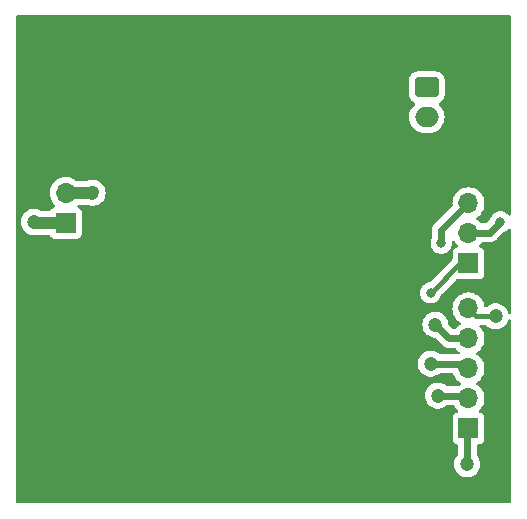
<source format=gbr>
%TF.GenerationSoftware,KiCad,Pcbnew,(7.0.0)*%
%TF.CreationDate,2023-04-25T15:22:20+02:00*%
%TF.ProjectId,funk-transmitter-final,66756e6b-2d74-4726-916e-736d69747465,rev?*%
%TF.SameCoordinates,Original*%
%TF.FileFunction,Copper,L1,Top*%
%TF.FilePolarity,Positive*%
%FSLAX46Y46*%
G04 Gerber Fmt 4.6, Leading zero omitted, Abs format (unit mm)*
G04 Created by KiCad (PCBNEW (7.0.0)) date 2023-04-25 15:22:20*
%MOMM*%
%LPD*%
G01*
G04 APERTURE LIST*
G04 Aperture macros list*
%AMRoundRect*
0 Rectangle with rounded corners*
0 $1 Rounding radius*
0 $2 $3 $4 $5 $6 $7 $8 $9 X,Y pos of 4 corners*
0 Add a 4 corners polygon primitive as box body*
4,1,4,$2,$3,$4,$5,$6,$7,$8,$9,$2,$3,0*
0 Add four circle primitives for the rounded corners*
1,1,$1+$1,$2,$3*
1,1,$1+$1,$4,$5*
1,1,$1+$1,$6,$7*
1,1,$1+$1,$8,$9*
0 Add four rect primitives between the rounded corners*
20,1,$1+$1,$2,$3,$4,$5,0*
20,1,$1+$1,$4,$5,$6,$7,0*
20,1,$1+$1,$6,$7,$8,$9,0*
20,1,$1+$1,$8,$9,$2,$3,0*%
G04 Aperture macros list end*
%TA.AperFunction,ComponentPad*%
%ADD10RoundRect,0.250000X-0.750000X0.600000X-0.750000X-0.600000X0.750000X-0.600000X0.750000X0.600000X0*%
%TD*%
%TA.AperFunction,ComponentPad*%
%ADD11O,2.000000X1.700000*%
%TD*%
%TA.AperFunction,ComponentPad*%
%ADD12R,1.700000X1.700000*%
%TD*%
%TA.AperFunction,ComponentPad*%
%ADD13O,1.700000X1.700000*%
%TD*%
%TA.AperFunction,ViaPad*%
%ADD14C,1.200000*%
%TD*%
%TA.AperFunction,ViaPad*%
%ADD15C,0.800000*%
%TD*%
%TA.AperFunction,Conductor*%
%ADD16C,1.000000*%
%TD*%
%TA.AperFunction,Conductor*%
%ADD17C,0.600000*%
%TD*%
%TA.AperFunction,Conductor*%
%ADD18C,0.400000*%
%TD*%
G04 APERTURE END LIST*
D10*
%TO.P,J2,1,Pin_1*%
%TO.N,N/C*%
X161475000Y-87000000D03*
D11*
%TO.P,J2,2,Pin_2*%
X161474999Y-89499999D03*
%TD*%
D12*
%TO.P,J1,1,Pin_1*%
%TO.N,/ESP_5V*%
X130899999Y-98474999D03*
D13*
%TO.P,J1,2,Pin_2*%
%TO.N,GND*%
X130899999Y-95934999D03*
%TD*%
D12*
%TO.P,J4,1,Pin_1*%
%TO.N,/SDN*%
X164999999Y-115879999D03*
D13*
%TO.P,J4,2,Pin_2*%
%TO.N,/SCLK*%
X164999999Y-113339999D03*
%TO.P,J4,3,Pin_3*%
%TO.N,/SDI*%
X164999999Y-110799999D03*
%TO.P,J4,4,Pin_4*%
%TO.N,/SDO*%
X164999999Y-108259999D03*
%TO.P,J4,5,Pin_5*%
%TO.N,/nSEL*%
X164999999Y-105719999D03*
%TD*%
D12*
%TO.P,J5,1,Pin_1*%
%TO.N,/nIRQ*%
X164999999Y-101899999D03*
D13*
%TO.P,J5,2,Pin_2*%
%TO.N,/GPIO0*%
X164999999Y-99359999D03*
%TO.P,J5,3,Pin_3*%
%TO.N,/GPIO1*%
X164999999Y-96819999D03*
%TD*%
D14*
%TO.N,GND*%
X133165000Y-95935000D03*
%TO.N,/ESP_5V*%
X128200000Y-98400000D03*
%TO.N,/SDN*%
X164900000Y-118900000D03*
%TO.N,/SCLK*%
X162400000Y-113100000D03*
%TO.N,/SDI*%
X161800000Y-110400000D03*
%TO.N,/SDO*%
X162200000Y-107100000D03*
%TO.N,/nSEL*%
X167300000Y-106400000D03*
D15*
%TO.N,/nIRQ*%
X161800000Y-104400000D03*
%TO.N,/GPIO0*%
X167700000Y-98400000D03*
%TO.N,/GPIO1*%
X162700000Y-100200000D03*
%TD*%
D16*
%TO.N,GND*%
X133200000Y-95900000D02*
X133165000Y-95935000D01*
X130900000Y-95935000D02*
X133165000Y-95935000D01*
%TO.N,/ESP_5V*%
X130900000Y-98475000D02*
X128275000Y-98475000D01*
X128275000Y-98475000D02*
X128200000Y-98400000D01*
D17*
%TO.N,/SDN*%
X164900000Y-115880000D02*
X165100000Y-115680000D01*
X164900000Y-115980000D02*
X165000000Y-115880000D01*
X164900000Y-118900000D02*
X164900000Y-115980000D01*
%TO.N,/SCLK*%
X164760000Y-113100000D02*
X165000000Y-113340000D01*
X162400000Y-113100000D02*
X164760000Y-113100000D01*
X162440000Y-113140000D02*
X162400000Y-113100000D01*
%TO.N,/SDI*%
X164600000Y-110400000D02*
X165000000Y-110800000D01*
X162000000Y-110600000D02*
X161800000Y-110400000D01*
X161800000Y-110400000D02*
X164600000Y-110400000D01*
%TO.N,/SDO*%
X162200000Y-107100000D02*
X163360000Y-108260000D01*
X163360000Y-108260000D02*
X165000000Y-108260000D01*
D18*
%TO.N,/nSEL*%
X167300000Y-106400000D02*
X167300000Y-106100000D01*
X167300000Y-106400000D02*
X165680000Y-106400000D01*
X165680000Y-106400000D02*
X165000000Y-105720000D01*
%TO.N,/nIRQ*%
X161800000Y-104400000D02*
X164300000Y-101900000D01*
X164300000Y-101900000D02*
X165000000Y-101900000D01*
D17*
%TO.N,/GPIO0*%
X165060000Y-99300000D02*
X165000000Y-99360000D01*
X167700000Y-98400000D02*
X166800000Y-99300000D01*
X166800000Y-99300000D02*
X165060000Y-99300000D01*
%TO.N,/GPIO1*%
X162700000Y-100200000D02*
X162700000Y-99120000D01*
X162700000Y-99120000D02*
X165000000Y-96820000D01*
%TD*%
%TA.AperFunction,NonConductor*%
G36*
X168537500Y-80917113D02*
G01*
X168582887Y-80962500D01*
X168599500Y-81024500D01*
X168599500Y-97730189D01*
X168585389Y-97787638D01*
X168546269Y-97832011D01*
X168491041Y-97853211D01*
X168432277Y-97846412D01*
X168383350Y-97813161D01*
X168310220Y-97731942D01*
X168310219Y-97731941D01*
X168305871Y-97727112D01*
X168300613Y-97723292D01*
X168300611Y-97723290D01*
X168157988Y-97619669D01*
X168157987Y-97619668D01*
X168152730Y-97615849D01*
X168146792Y-97613205D01*
X167985745Y-97541501D01*
X167985740Y-97541499D01*
X167979803Y-97538856D01*
X167973444Y-97537504D01*
X167973440Y-97537503D01*
X167801008Y-97500852D01*
X167801005Y-97500851D01*
X167794646Y-97499500D01*
X167605354Y-97499500D01*
X167598995Y-97500851D01*
X167598991Y-97500852D01*
X167426559Y-97537503D01*
X167426552Y-97537505D01*
X167420197Y-97538856D01*
X167414262Y-97541498D01*
X167414254Y-97541501D01*
X167253207Y-97613205D01*
X167253202Y-97613207D01*
X167247270Y-97615849D01*
X167242016Y-97619665D01*
X167242011Y-97619669D01*
X167099388Y-97723290D01*
X167099381Y-97723295D01*
X167094129Y-97727112D01*
X167089784Y-97731937D01*
X167089779Y-97731942D01*
X166971813Y-97862956D01*
X166971808Y-97862962D01*
X166967467Y-97867784D01*
X166964222Y-97873404D01*
X166964218Y-97873410D01*
X166876070Y-98026087D01*
X166876066Y-98026093D01*
X166872821Y-98031716D01*
X166870814Y-98037889D01*
X166870810Y-98037901D01*
X166851510Y-98097298D01*
X166821261Y-98146659D01*
X166504738Y-98463183D01*
X166464513Y-98490061D01*
X166417060Y-98499500D01*
X166100758Y-98499500D01*
X166053305Y-98490061D01*
X166013077Y-98463181D01*
X165875232Y-98325336D01*
X165871401Y-98321505D01*
X165866968Y-98318401D01*
X165866961Y-98318395D01*
X165685842Y-98191575D01*
X165646976Y-98147257D01*
X165632965Y-98090000D01*
X165646976Y-98032743D01*
X165685842Y-97988425D01*
X165866961Y-97861604D01*
X165866961Y-97861603D01*
X165871401Y-97858495D01*
X166038495Y-97691401D01*
X166174035Y-97497830D01*
X166273903Y-97283663D01*
X166335063Y-97055408D01*
X166355659Y-96820000D01*
X166335063Y-96584592D01*
X166273903Y-96356337D01*
X166174035Y-96142171D01*
X166038495Y-95948599D01*
X165871401Y-95781505D01*
X165866970Y-95778402D01*
X165866966Y-95778399D01*
X165682259Y-95649066D01*
X165682257Y-95649064D01*
X165677830Y-95645965D01*
X165672933Y-95643681D01*
X165672927Y-95643678D01*
X165468572Y-95548386D01*
X165468570Y-95548385D01*
X165463663Y-95546097D01*
X165458438Y-95544697D01*
X165458430Y-95544694D01*
X165240634Y-95486337D01*
X165240630Y-95486336D01*
X165235408Y-95484937D01*
X165230020Y-95484465D01*
X165230017Y-95484465D01*
X165005395Y-95464813D01*
X165000000Y-95464341D01*
X164994605Y-95464813D01*
X164769982Y-95484465D01*
X164769977Y-95484465D01*
X164764592Y-95484937D01*
X164759371Y-95486335D01*
X164759365Y-95486337D01*
X164541569Y-95544694D01*
X164541557Y-95544698D01*
X164536337Y-95546097D01*
X164531432Y-95548383D01*
X164531427Y-95548386D01*
X164327081Y-95643675D01*
X164327077Y-95643677D01*
X164322171Y-95645965D01*
X164317738Y-95649068D01*
X164317731Y-95649073D01*
X164133034Y-95778399D01*
X164133029Y-95778402D01*
X164128599Y-95781505D01*
X164124775Y-95785328D01*
X164124769Y-95785334D01*
X163965334Y-95944769D01*
X163965328Y-95944775D01*
X163961505Y-95948599D01*
X163958402Y-95953029D01*
X163958399Y-95953034D01*
X163829073Y-96137731D01*
X163829068Y-96137738D01*
X163825965Y-96142171D01*
X163823677Y-96147077D01*
X163823675Y-96147081D01*
X163728386Y-96351427D01*
X163728383Y-96351432D01*
X163726097Y-96356337D01*
X163724698Y-96361557D01*
X163724694Y-96361569D01*
X163666337Y-96579365D01*
X163666335Y-96579371D01*
X163664937Y-96584592D01*
X163664465Y-96589977D01*
X163664465Y-96589982D01*
X163656288Y-96683445D01*
X163644341Y-96820000D01*
X163644813Y-96825395D01*
X163657288Y-96967991D01*
X163650282Y-97021209D01*
X163621441Y-97066479D01*
X162197738Y-98490184D01*
X162075109Y-98612812D01*
X162075105Y-98612816D01*
X162070184Y-98617738D01*
X162066479Y-98623632D01*
X162066479Y-98623634D01*
X162049816Y-98650152D01*
X162041773Y-98661487D01*
X162022253Y-98685965D01*
X162022251Y-98685967D01*
X162017909Y-98691413D01*
X162014889Y-98697682D01*
X162014883Y-98697693D01*
X162001299Y-98725900D01*
X161994577Y-98738064D01*
X161974211Y-98770478D01*
X161971915Y-98777037D01*
X161971911Y-98777047D01*
X161961565Y-98806613D01*
X161956247Y-98819451D01*
X161942660Y-98847666D01*
X161942657Y-98847671D01*
X161939640Y-98853939D01*
X161938092Y-98860717D01*
X161938089Y-98860728D01*
X161931118Y-98891268D01*
X161927272Y-98904619D01*
X161914632Y-98940745D01*
X161913852Y-98947663D01*
X161913852Y-98947665D01*
X161910345Y-98978781D01*
X161908017Y-98992479D01*
X161901050Y-99023008D01*
X161901048Y-99023020D01*
X161899500Y-99029806D01*
X161899500Y-99036772D01*
X161899500Y-99752281D01*
X161882887Y-99814281D01*
X161876069Y-99826089D01*
X161876066Y-99826094D01*
X161872821Y-99831716D01*
X161870815Y-99837888D01*
X161870813Y-99837894D01*
X161816333Y-100005564D01*
X161816331Y-100005573D01*
X161814326Y-100011744D01*
X161813648Y-100018194D01*
X161813646Y-100018204D01*
X161803596Y-100113835D01*
X161794540Y-100200000D01*
X161795219Y-100206460D01*
X161813646Y-100381795D01*
X161813647Y-100381803D01*
X161814326Y-100388256D01*
X161816331Y-100394428D01*
X161816333Y-100394435D01*
X161866718Y-100549501D01*
X161872821Y-100568284D01*
X161967467Y-100732216D01*
X161971811Y-100737041D01*
X161971813Y-100737043D01*
X162089779Y-100868057D01*
X162094129Y-100872888D01*
X162247270Y-100984151D01*
X162420197Y-101061144D01*
X162605354Y-101100500D01*
X162788143Y-101100500D01*
X162794646Y-101100500D01*
X162979803Y-101061144D01*
X163152730Y-100984151D01*
X163305871Y-100872888D01*
X163432533Y-100732216D01*
X163527179Y-100568284D01*
X163585674Y-100388256D01*
X163605460Y-100200000D01*
X163596403Y-100113831D01*
X163607525Y-100048078D01*
X163651101Y-99997592D01*
X163714528Y-99976982D01*
X163779458Y-99992209D01*
X163825895Y-100037680D01*
X163825965Y-100037830D01*
X163829067Y-100042260D01*
X163958399Y-100226966D01*
X163958402Y-100226970D01*
X163961505Y-100231401D01*
X163965335Y-100235231D01*
X163965336Y-100235232D01*
X164083430Y-100353326D01*
X164114726Y-100406072D01*
X164116915Y-100467365D01*
X164089462Y-100522210D01*
X164039083Y-100557189D01*
X163923702Y-100600223D01*
X163907669Y-100606204D01*
X163900572Y-100611516D01*
X163900568Y-100611519D01*
X163799550Y-100687141D01*
X163799546Y-100687144D01*
X163792454Y-100692454D01*
X163787144Y-100699546D01*
X163787141Y-100699550D01*
X163711519Y-100800568D01*
X163711516Y-100800572D01*
X163706204Y-100807669D01*
X163703104Y-100815978D01*
X163703104Y-100815980D01*
X163658620Y-100935247D01*
X163658619Y-100935250D01*
X163655909Y-100942517D01*
X163655079Y-100950227D01*
X163655079Y-100950232D01*
X163649855Y-100998819D01*
X163649854Y-100998831D01*
X163649500Y-101002127D01*
X163649500Y-101005449D01*
X163649500Y-101508480D01*
X163640061Y-101555933D01*
X163613181Y-101596161D01*
X161737027Y-103472315D01*
X161708514Y-103493607D01*
X161675128Y-103505924D01*
X161526557Y-103537504D01*
X161526555Y-103537504D01*
X161520197Y-103538856D01*
X161514262Y-103541498D01*
X161514254Y-103541501D01*
X161353207Y-103613205D01*
X161353202Y-103613207D01*
X161347270Y-103615849D01*
X161342016Y-103619665D01*
X161342011Y-103619669D01*
X161199388Y-103723290D01*
X161199381Y-103723295D01*
X161194129Y-103727112D01*
X161189784Y-103731937D01*
X161189779Y-103731942D01*
X161071813Y-103862956D01*
X161071808Y-103862962D01*
X161067467Y-103867784D01*
X161064222Y-103873404D01*
X161064218Y-103873410D01*
X160976069Y-104026089D01*
X160976066Y-104026094D01*
X160972821Y-104031716D01*
X160970815Y-104037888D01*
X160970813Y-104037894D01*
X160916333Y-104205564D01*
X160916331Y-104205573D01*
X160914326Y-104211744D01*
X160913648Y-104218194D01*
X160913646Y-104218204D01*
X160898288Y-104364341D01*
X160894540Y-104400000D01*
X160895219Y-104406460D01*
X160913646Y-104581795D01*
X160913647Y-104581803D01*
X160914326Y-104588256D01*
X160916331Y-104594428D01*
X160916333Y-104594435D01*
X160945869Y-104685336D01*
X160972821Y-104768284D01*
X160976068Y-104773908D01*
X160976069Y-104773910D01*
X161016979Y-104844769D01*
X161067467Y-104932216D01*
X161194129Y-105072888D01*
X161347270Y-105184151D01*
X161520197Y-105261144D01*
X161705354Y-105300500D01*
X161888143Y-105300500D01*
X161894646Y-105300500D01*
X162079803Y-105261144D01*
X162252730Y-105184151D01*
X162405871Y-105072888D01*
X162532533Y-104932216D01*
X162627179Y-104768284D01*
X162685674Y-104588256D01*
X162690864Y-104538870D01*
X162702264Y-104498449D01*
X162726501Y-104464154D01*
X163916811Y-103273844D01*
X163970617Y-103242243D01*
X164033004Y-103240850D01*
X164035250Y-103241380D01*
X164042517Y-103244091D01*
X164102127Y-103250500D01*
X165897872Y-103250499D01*
X165957483Y-103244091D01*
X166092331Y-103193796D01*
X166207546Y-103107546D01*
X166293796Y-102992331D01*
X166344091Y-102857483D01*
X166350500Y-102797873D01*
X166350499Y-101002128D01*
X166344091Y-100942517D01*
X166293796Y-100807669D01*
X166207546Y-100692454D01*
X166092331Y-100606204D01*
X166022359Y-100580106D01*
X165960916Y-100557189D01*
X165910537Y-100522210D01*
X165883084Y-100467365D01*
X165885273Y-100406072D01*
X165916566Y-100353329D01*
X166038495Y-100231401D01*
X166093128Y-100153376D01*
X166137447Y-100114511D01*
X166194704Y-100100500D01*
X166883233Y-100100500D01*
X166890194Y-100100500D01*
X166927523Y-100091979D01*
X166941197Y-100089655D01*
X166979255Y-100085368D01*
X167015403Y-100072718D01*
X167028726Y-100068881D01*
X167066061Y-100060360D01*
X167100546Y-100043752D01*
X167113398Y-100038429D01*
X167115110Y-100037830D01*
X167149522Y-100025789D01*
X167181939Y-100005418D01*
X167194086Y-99998705D01*
X167228587Y-99982091D01*
X167258519Y-99958220D01*
X167269853Y-99950179D01*
X167302262Y-99929816D01*
X167429816Y-99802262D01*
X167947566Y-99284510D01*
X167984801Y-99258918D01*
X168152730Y-99184151D01*
X168305871Y-99072888D01*
X168383350Y-98986838D01*
X168432277Y-98953588D01*
X168491041Y-98946789D01*
X168546269Y-98967989D01*
X168585389Y-99012362D01*
X168599500Y-99069811D01*
X168599500Y-106056971D01*
X168585636Y-106113945D01*
X168547144Y-106158179D01*
X168492632Y-106179782D01*
X168434288Y-106173922D01*
X168385160Y-106141911D01*
X168356234Y-106090906D01*
X168332152Y-106006268D01*
X168330582Y-106000750D01*
X168239673Y-105818179D01*
X168150051Y-105699500D01*
X168120221Y-105659998D01*
X168120217Y-105659994D01*
X168116764Y-105655421D01*
X168112527Y-105651558D01*
X168112523Y-105651554D01*
X167970275Y-105521879D01*
X167970276Y-105521879D01*
X167966041Y-105518019D01*
X167961171Y-105515004D01*
X167961169Y-105515002D01*
X167797511Y-105413670D01*
X167797512Y-105413670D01*
X167792637Y-105410652D01*
X167787294Y-105408582D01*
X167607803Y-105339047D01*
X167607798Y-105339045D01*
X167602456Y-105336976D01*
X167596818Y-105335922D01*
X167407605Y-105300552D01*
X167407602Y-105300551D01*
X167401976Y-105299500D01*
X167198024Y-105299500D01*
X167192398Y-105300551D01*
X167192394Y-105300552D01*
X167003181Y-105335922D01*
X167003178Y-105335922D01*
X166997544Y-105336976D01*
X166992203Y-105339044D01*
X166992196Y-105339047D01*
X166812705Y-105408582D01*
X166812700Y-105408584D01*
X166807363Y-105410652D01*
X166802491Y-105413668D01*
X166802488Y-105413670D01*
X166638830Y-105515002D01*
X166638822Y-105515007D01*
X166633959Y-105518019D01*
X166629731Y-105521872D01*
X166629730Y-105521874D01*
X166545071Y-105599051D01*
X166484161Y-105629331D01*
X166416442Y-105622924D01*
X166362292Y-105581758D01*
X166338005Y-105518220D01*
X166337987Y-105518019D01*
X166335063Y-105484592D01*
X166273903Y-105256337D01*
X166174035Y-105042171D01*
X166038495Y-104848599D01*
X165871401Y-104681505D01*
X165866970Y-104678402D01*
X165866966Y-104678399D01*
X165682259Y-104549066D01*
X165682257Y-104549064D01*
X165677830Y-104545965D01*
X165672933Y-104543681D01*
X165672927Y-104543678D01*
X165468572Y-104448386D01*
X165468570Y-104448385D01*
X165463663Y-104446097D01*
X165458438Y-104444697D01*
X165458430Y-104444694D01*
X165240634Y-104386337D01*
X165240630Y-104386336D01*
X165235408Y-104384937D01*
X165230020Y-104384465D01*
X165230017Y-104384465D01*
X165005395Y-104364813D01*
X165000000Y-104364341D01*
X164994605Y-104364813D01*
X164769982Y-104384465D01*
X164769977Y-104384465D01*
X164764592Y-104384937D01*
X164759371Y-104386335D01*
X164759365Y-104386337D01*
X164541569Y-104444694D01*
X164541557Y-104444698D01*
X164536337Y-104446097D01*
X164531432Y-104448383D01*
X164531427Y-104448386D01*
X164327081Y-104543675D01*
X164327077Y-104543677D01*
X164322171Y-104545965D01*
X164317738Y-104549068D01*
X164317731Y-104549073D01*
X164133034Y-104678399D01*
X164133029Y-104678402D01*
X164128599Y-104681505D01*
X164124775Y-104685328D01*
X164124769Y-104685334D01*
X163965334Y-104844769D01*
X163965328Y-104844775D01*
X163961505Y-104848599D01*
X163958402Y-104853029D01*
X163958399Y-104853034D01*
X163829073Y-105037731D01*
X163829068Y-105037738D01*
X163825965Y-105042171D01*
X163823677Y-105047077D01*
X163823675Y-105047081D01*
X163728386Y-105251427D01*
X163728383Y-105251432D01*
X163726097Y-105256337D01*
X163724698Y-105261557D01*
X163724694Y-105261569D01*
X163666337Y-105479365D01*
X163666337Y-105479367D01*
X163664937Y-105484592D01*
X163664465Y-105489977D01*
X163664465Y-105489982D01*
X163656436Y-105581758D01*
X163644341Y-105720000D01*
X163644813Y-105725395D01*
X163653379Y-105823309D01*
X163664937Y-105955408D01*
X163666336Y-105960630D01*
X163666337Y-105960634D01*
X163724694Y-106178430D01*
X163724697Y-106178438D01*
X163726097Y-106183663D01*
X163728385Y-106188570D01*
X163728386Y-106188572D01*
X163823678Y-106392927D01*
X163823681Y-106392933D01*
X163825965Y-106397830D01*
X163829064Y-106402257D01*
X163829066Y-106402259D01*
X163958399Y-106586966D01*
X163958402Y-106586970D01*
X163961505Y-106591401D01*
X164128599Y-106758495D01*
X164133032Y-106761599D01*
X164133038Y-106761604D01*
X164314158Y-106888425D01*
X164353024Y-106932743D01*
X164367035Y-106990000D01*
X164353024Y-107047257D01*
X164314159Y-107091575D01*
X164232949Y-107148439D01*
X164128599Y-107221505D01*
X164124775Y-107225328D01*
X164124769Y-107225334D01*
X163965334Y-107384769D01*
X163965328Y-107384775D01*
X163961505Y-107388599D01*
X163958404Y-107393027D01*
X163958397Y-107393036D01*
X163948886Y-107406621D01*
X163904568Y-107445489D01*
X163847310Y-107459500D01*
X163742940Y-107459500D01*
X163695487Y-107450061D01*
X163655259Y-107423181D01*
X163334130Y-107102052D01*
X163309564Y-107067064D01*
X163298340Y-107025811D01*
X163295022Y-106990000D01*
X163286397Y-106896917D01*
X163230582Y-106700750D01*
X163139673Y-106518179D01*
X163091176Y-106453959D01*
X163020221Y-106359998D01*
X163020217Y-106359994D01*
X163016764Y-106355421D01*
X163012527Y-106351558D01*
X163012523Y-106351554D01*
X162870275Y-106221879D01*
X162870276Y-106221879D01*
X162866041Y-106218019D01*
X162861171Y-106215004D01*
X162861169Y-106215002D01*
X162697511Y-106113670D01*
X162697512Y-106113670D01*
X162692637Y-106110652D01*
X162687294Y-106108582D01*
X162507803Y-106039047D01*
X162507798Y-106039045D01*
X162502456Y-106036976D01*
X162496818Y-106035922D01*
X162307605Y-106000552D01*
X162307602Y-106000551D01*
X162301976Y-105999500D01*
X162098024Y-105999500D01*
X162092398Y-106000551D01*
X162092394Y-106000552D01*
X161903181Y-106035922D01*
X161903178Y-106035922D01*
X161897544Y-106036976D01*
X161892203Y-106039044D01*
X161892196Y-106039047D01*
X161712705Y-106108582D01*
X161712700Y-106108584D01*
X161707363Y-106110652D01*
X161702491Y-106113668D01*
X161702488Y-106113670D01*
X161538830Y-106215002D01*
X161538822Y-106215007D01*
X161533959Y-106218019D01*
X161529728Y-106221875D01*
X161529724Y-106221879D01*
X161387476Y-106351554D01*
X161387466Y-106351564D01*
X161383236Y-106355421D01*
X161379787Y-106359987D01*
X161379778Y-106359998D01*
X161263779Y-106513607D01*
X161263776Y-106513611D01*
X161260327Y-106518179D01*
X161257774Y-106523304D01*
X161257772Y-106523309D01*
X161176735Y-106686055D01*
X161169418Y-106700750D01*
X161167850Y-106706258D01*
X161167847Y-106706268D01*
X161115173Y-106891395D01*
X161115170Y-106891406D01*
X161113603Y-106896917D01*
X161113073Y-106902627D01*
X161113073Y-106902632D01*
X161095566Y-107091575D01*
X161094785Y-107100000D01*
X161095314Y-107105709D01*
X161111647Y-107281981D01*
X161113603Y-107303083D01*
X161115171Y-107308594D01*
X161115173Y-107308604D01*
X161167847Y-107493731D01*
X161167849Y-107493737D01*
X161169418Y-107499250D01*
X161260327Y-107681821D01*
X161263779Y-107686392D01*
X161379778Y-107840001D01*
X161379783Y-107840006D01*
X161383236Y-107844579D01*
X161387472Y-107848440D01*
X161387476Y-107848445D01*
X161489227Y-107941203D01*
X161533959Y-107981981D01*
X161707363Y-108089348D01*
X161897544Y-108163024D01*
X162098024Y-108200500D01*
X162117060Y-108200500D01*
X162164513Y-108209939D01*
X162204741Y-108236819D01*
X162730184Y-108762262D01*
X162857738Y-108889816D01*
X162890151Y-108910183D01*
X162901483Y-108918224D01*
X162925968Y-108937750D01*
X162925973Y-108937753D01*
X162931414Y-108942092D01*
X162937686Y-108945112D01*
X162937687Y-108945113D01*
X162965898Y-108958699D01*
X162978069Y-108965425D01*
X163004581Y-108982084D01*
X163004583Y-108982085D01*
X163010478Y-108985789D01*
X163046613Y-108998433D01*
X163059443Y-109003748D01*
X163087662Y-109017338D01*
X163087667Y-109017340D01*
X163093939Y-109020360D01*
X163131266Y-109028879D01*
X163144613Y-109032725D01*
X163174170Y-109043068D01*
X163174175Y-109043069D01*
X163180745Y-109045368D01*
X163218778Y-109049653D01*
X163232484Y-109051981D01*
X163269806Y-109060500D01*
X163315046Y-109060500D01*
X163450194Y-109060500D01*
X163847310Y-109060500D01*
X163904568Y-109074511D01*
X163948886Y-109113379D01*
X163958397Y-109126963D01*
X163958400Y-109126966D01*
X163961505Y-109131401D01*
X164128599Y-109298495D01*
X164133031Y-109301598D01*
X164133033Y-109301600D01*
X164236324Y-109373925D01*
X164276651Y-109421142D01*
X164289030Y-109481990D01*
X164270358Y-109541210D01*
X164225316Y-109583953D01*
X164165200Y-109599500D01*
X162603459Y-109599500D01*
X162558665Y-109591127D01*
X162519921Y-109567137D01*
X162491480Y-109541210D01*
X162466041Y-109518019D01*
X162461171Y-109515004D01*
X162461169Y-109515002D01*
X162297511Y-109413670D01*
X162297512Y-109413670D01*
X162292637Y-109410652D01*
X162287294Y-109408582D01*
X162107803Y-109339047D01*
X162107798Y-109339045D01*
X162102456Y-109336976D01*
X162096818Y-109335922D01*
X161907605Y-109300552D01*
X161907602Y-109300551D01*
X161901976Y-109299500D01*
X161698024Y-109299500D01*
X161692398Y-109300551D01*
X161692394Y-109300552D01*
X161503181Y-109335922D01*
X161503178Y-109335922D01*
X161497544Y-109336976D01*
X161492203Y-109339044D01*
X161492196Y-109339047D01*
X161312705Y-109408582D01*
X161312700Y-109408584D01*
X161307363Y-109410652D01*
X161302491Y-109413668D01*
X161302488Y-109413670D01*
X161138830Y-109515002D01*
X161138822Y-109515007D01*
X161133959Y-109518019D01*
X161129728Y-109521875D01*
X161129724Y-109521879D01*
X160987476Y-109651554D01*
X160987466Y-109651564D01*
X160983236Y-109655421D01*
X160979787Y-109659987D01*
X160979778Y-109659998D01*
X160863779Y-109813607D01*
X160863776Y-109813611D01*
X160860327Y-109818179D01*
X160857774Y-109823304D01*
X160857772Y-109823309D01*
X160803136Y-109933034D01*
X160769418Y-110000750D01*
X160767850Y-110006258D01*
X160767847Y-110006268D01*
X160715173Y-110191395D01*
X160715170Y-110191406D01*
X160713603Y-110196917D01*
X160694785Y-110400000D01*
X160713603Y-110603083D01*
X160715171Y-110608594D01*
X160715173Y-110608604D01*
X160767847Y-110793731D01*
X160767849Y-110793737D01*
X160769418Y-110799250D01*
X160860327Y-110981821D01*
X160863779Y-110986392D01*
X160979778Y-111140001D01*
X160979783Y-111140006D01*
X160983236Y-111144579D01*
X160987472Y-111148440D01*
X160987476Y-111148445D01*
X161044578Y-111200500D01*
X161133959Y-111281981D01*
X161307363Y-111389348D01*
X161497544Y-111463024D01*
X161698024Y-111500500D01*
X161896247Y-111500500D01*
X161901976Y-111500500D01*
X162102456Y-111463024D01*
X162292637Y-111389348D01*
X162466041Y-111281981D01*
X162519921Y-111232862D01*
X162558665Y-111208873D01*
X162603459Y-111200500D01*
X163617647Y-111200500D01*
X163684272Y-111219919D01*
X163730029Y-111272095D01*
X163823678Y-111472927D01*
X163823681Y-111472933D01*
X163825965Y-111477830D01*
X163829064Y-111482257D01*
X163829066Y-111482259D01*
X163958399Y-111666966D01*
X163958402Y-111666970D01*
X163961505Y-111671401D01*
X164128599Y-111838495D01*
X164133032Y-111841599D01*
X164133038Y-111841604D01*
X164314158Y-111968425D01*
X164353024Y-112012743D01*
X164367035Y-112070000D01*
X164353024Y-112127257D01*
X164314158Y-112171575D01*
X164163488Y-112277075D01*
X164129652Y-112293761D01*
X164092365Y-112299500D01*
X163203459Y-112299500D01*
X163158665Y-112291127D01*
X163119921Y-112267137D01*
X163070275Y-112221879D01*
X163066041Y-112218019D01*
X163061171Y-112215004D01*
X163061169Y-112215002D01*
X162897511Y-112113670D01*
X162897512Y-112113670D01*
X162892637Y-112110652D01*
X162887294Y-112108582D01*
X162707803Y-112039047D01*
X162707798Y-112039045D01*
X162702456Y-112036976D01*
X162696818Y-112035922D01*
X162507605Y-112000552D01*
X162507602Y-112000551D01*
X162501976Y-111999500D01*
X162298024Y-111999500D01*
X162292398Y-112000551D01*
X162292394Y-112000552D01*
X162103181Y-112035922D01*
X162103178Y-112035922D01*
X162097544Y-112036976D01*
X162092203Y-112039044D01*
X162092196Y-112039047D01*
X161912705Y-112108582D01*
X161912700Y-112108584D01*
X161907363Y-112110652D01*
X161902491Y-112113668D01*
X161902488Y-112113670D01*
X161738830Y-112215002D01*
X161738822Y-112215007D01*
X161733959Y-112218019D01*
X161729728Y-112221875D01*
X161729724Y-112221879D01*
X161587476Y-112351554D01*
X161587466Y-112351564D01*
X161583236Y-112355421D01*
X161579787Y-112359987D01*
X161579778Y-112359998D01*
X161463779Y-112513607D01*
X161463776Y-112513611D01*
X161460327Y-112518179D01*
X161457774Y-112523304D01*
X161457772Y-112523309D01*
X161388628Y-112662171D01*
X161369418Y-112700750D01*
X161367850Y-112706258D01*
X161367847Y-112706268D01*
X161315173Y-112891395D01*
X161315170Y-112891406D01*
X161313603Y-112896917D01*
X161294785Y-113100000D01*
X161313603Y-113303083D01*
X161315171Y-113308594D01*
X161315173Y-113308604D01*
X161367847Y-113493731D01*
X161367849Y-113493737D01*
X161369418Y-113499250D01*
X161460327Y-113681821D01*
X161463779Y-113686392D01*
X161579778Y-113840001D01*
X161579783Y-113840006D01*
X161583236Y-113844579D01*
X161587472Y-113848440D01*
X161587476Y-113848445D01*
X161644578Y-113900500D01*
X161733959Y-113981981D01*
X161907363Y-114089348D01*
X162097544Y-114163024D01*
X162298024Y-114200500D01*
X162496247Y-114200500D01*
X162501976Y-114200500D01*
X162702456Y-114163024D01*
X162892637Y-114089348D01*
X163066041Y-113981981D01*
X163119921Y-113932862D01*
X163158665Y-113908873D01*
X163203459Y-113900500D01*
X163692256Y-113900500D01*
X163758881Y-113919919D01*
X163804638Y-113972094D01*
X163823680Y-114012931D01*
X163823682Y-114012935D01*
X163825965Y-114017830D01*
X163829064Y-114022257D01*
X163829066Y-114022259D01*
X163958399Y-114206966D01*
X163958402Y-114206970D01*
X163961505Y-114211401D01*
X163965336Y-114215232D01*
X164083430Y-114333326D01*
X164114726Y-114386072D01*
X164116915Y-114447365D01*
X164089462Y-114502210D01*
X164039083Y-114537189D01*
X163923702Y-114580223D01*
X163907669Y-114586204D01*
X163900572Y-114591516D01*
X163900568Y-114591519D01*
X163799550Y-114667141D01*
X163799546Y-114667144D01*
X163792454Y-114672454D01*
X163787144Y-114679546D01*
X163787141Y-114679550D01*
X163711519Y-114780568D01*
X163711516Y-114780572D01*
X163706204Y-114787669D01*
X163703104Y-114795978D01*
X163703104Y-114795980D01*
X163658620Y-114915247D01*
X163658619Y-114915250D01*
X163655909Y-114922517D01*
X163655079Y-114930227D01*
X163655079Y-114930232D01*
X163649855Y-114978819D01*
X163649854Y-114978831D01*
X163649500Y-114982127D01*
X163649500Y-114985448D01*
X163649500Y-114985449D01*
X163649500Y-116774560D01*
X163649500Y-116774578D01*
X163649501Y-116777872D01*
X163649853Y-116781150D01*
X163649854Y-116781161D01*
X163655079Y-116829768D01*
X163655080Y-116829773D01*
X163655909Y-116837483D01*
X163658619Y-116844749D01*
X163658620Y-116844753D01*
X163692217Y-116934831D01*
X163706204Y-116972331D01*
X163792454Y-117087546D01*
X163907669Y-117173796D01*
X164018834Y-117215258D01*
X164061069Y-117241696D01*
X164089488Y-117282626D01*
X164099500Y-117331439D01*
X164099500Y-118092323D01*
X164093072Y-118131729D01*
X164074454Y-118167050D01*
X163963779Y-118313607D01*
X163963776Y-118313611D01*
X163960327Y-118318179D01*
X163957774Y-118323304D01*
X163957772Y-118323309D01*
X163871976Y-118495612D01*
X163869418Y-118500750D01*
X163867850Y-118506258D01*
X163867847Y-118506268D01*
X163815173Y-118691395D01*
X163815170Y-118691406D01*
X163813603Y-118696917D01*
X163794785Y-118900000D01*
X163813603Y-119103083D01*
X163815171Y-119108594D01*
X163815173Y-119108604D01*
X163867847Y-119293731D01*
X163867849Y-119293737D01*
X163869418Y-119299250D01*
X163960327Y-119481821D01*
X163963779Y-119486392D01*
X164079778Y-119640001D01*
X164079783Y-119640006D01*
X164083236Y-119644579D01*
X164087472Y-119648440D01*
X164087476Y-119648445D01*
X164189227Y-119741203D01*
X164233959Y-119781981D01*
X164407363Y-119889348D01*
X164597544Y-119963024D01*
X164798024Y-120000500D01*
X164996247Y-120000500D01*
X165001976Y-120000500D01*
X165202456Y-119963024D01*
X165392637Y-119889348D01*
X165566041Y-119781981D01*
X165716764Y-119644579D01*
X165839673Y-119481821D01*
X165930582Y-119299250D01*
X165986397Y-119103083D01*
X166005215Y-118900000D01*
X165986397Y-118696917D01*
X165930582Y-118500750D01*
X165839673Y-118318179D01*
X165725546Y-118167050D01*
X165706928Y-118131729D01*
X165700500Y-118092323D01*
X165700500Y-117354499D01*
X165717113Y-117292499D01*
X165762500Y-117247112D01*
X165824500Y-117230499D01*
X165894561Y-117230499D01*
X165897872Y-117230499D01*
X165957483Y-117224091D01*
X166092331Y-117173796D01*
X166207546Y-117087546D01*
X166293796Y-116972331D01*
X166344091Y-116837483D01*
X166350500Y-116777873D01*
X166350499Y-114982128D01*
X166344091Y-114922517D01*
X166293796Y-114787669D01*
X166207546Y-114672454D01*
X166092331Y-114586204D01*
X166022359Y-114560106D01*
X165960916Y-114537189D01*
X165910537Y-114502210D01*
X165883084Y-114447365D01*
X165885273Y-114386072D01*
X165916566Y-114333329D01*
X166038495Y-114211401D01*
X166174035Y-114017830D01*
X166273903Y-113803663D01*
X166335063Y-113575408D01*
X166355659Y-113340000D01*
X166335063Y-113104592D01*
X166273903Y-112876337D01*
X166174035Y-112662171D01*
X166038495Y-112468599D01*
X165871401Y-112301505D01*
X165866968Y-112298401D01*
X165866961Y-112298395D01*
X165685842Y-112171575D01*
X165646976Y-112127257D01*
X165632965Y-112070000D01*
X165646976Y-112012743D01*
X165685842Y-111968425D01*
X165866961Y-111841604D01*
X165866961Y-111841603D01*
X165871401Y-111838495D01*
X166038495Y-111671401D01*
X166174035Y-111477830D01*
X166273903Y-111263663D01*
X166335063Y-111035408D01*
X166355659Y-110800000D01*
X166335063Y-110564592D01*
X166273903Y-110336337D01*
X166174035Y-110122171D01*
X166038495Y-109928599D01*
X165871401Y-109761505D01*
X165866968Y-109758401D01*
X165866961Y-109758395D01*
X165685842Y-109631575D01*
X165646976Y-109587257D01*
X165632965Y-109530000D01*
X165646976Y-109472743D01*
X165685842Y-109428425D01*
X165866961Y-109301604D01*
X165866961Y-109301603D01*
X165871401Y-109298495D01*
X166038495Y-109131401D01*
X166174035Y-108937830D01*
X166273903Y-108723663D01*
X166335063Y-108495408D01*
X166355659Y-108260000D01*
X166335063Y-108024592D01*
X166273903Y-107796337D01*
X166174035Y-107582171D01*
X166038495Y-107388599D01*
X165962077Y-107312181D01*
X165931827Y-107262818D01*
X165927285Y-107205102D01*
X165949440Y-107151615D01*
X165993463Y-107114015D01*
X166049758Y-107100500D01*
X166389017Y-107100500D01*
X166439102Y-107111065D01*
X166480325Y-107140725D01*
X166483236Y-107144579D01*
X166633959Y-107281981D01*
X166807363Y-107389348D01*
X166997544Y-107463024D01*
X167198024Y-107500500D01*
X167396247Y-107500500D01*
X167401976Y-107500500D01*
X167602456Y-107463024D01*
X167792637Y-107389348D01*
X167966041Y-107281981D01*
X168116764Y-107144579D01*
X168239673Y-106981821D01*
X168330582Y-106799250D01*
X168356233Y-106709094D01*
X168385160Y-106658089D01*
X168434288Y-106626078D01*
X168492632Y-106620218D01*
X168547144Y-106641821D01*
X168585636Y-106686055D01*
X168599500Y-106743029D01*
X168599500Y-122075500D01*
X168582887Y-122137500D01*
X168537500Y-122182887D01*
X168475500Y-122199500D01*
X126824500Y-122199500D01*
X126762500Y-122182887D01*
X126717113Y-122137500D01*
X126700500Y-122075500D01*
X126700500Y-98400000D01*
X127094785Y-98400000D01*
X127095314Y-98405709D01*
X127103141Y-98490184D01*
X127113603Y-98603083D01*
X127115171Y-98608594D01*
X127115173Y-98608604D01*
X127167847Y-98793731D01*
X127167849Y-98793737D01*
X127169418Y-98799250D01*
X127171976Y-98804387D01*
X127253439Y-98967989D01*
X127260327Y-98981821D01*
X127268376Y-98992479D01*
X127379778Y-99140001D01*
X127379783Y-99140006D01*
X127383236Y-99144579D01*
X127387472Y-99148440D01*
X127387476Y-99148445D01*
X127426644Y-99184151D01*
X127533959Y-99281981D01*
X127707363Y-99389348D01*
X127897544Y-99463024D01*
X128098024Y-99500500D01*
X128296247Y-99500500D01*
X128301976Y-99500500D01*
X128424422Y-99477610D01*
X128447207Y-99475500D01*
X129485858Y-99475500D01*
X129534670Y-99485512D01*
X129575601Y-99513930D01*
X129602039Y-99556164D01*
X129606204Y-99567331D01*
X129692454Y-99682546D01*
X129807669Y-99768796D01*
X129942517Y-99819091D01*
X130002127Y-99825500D01*
X131797872Y-99825499D01*
X131857483Y-99819091D01*
X131992331Y-99768796D01*
X132107546Y-99682546D01*
X132193796Y-99567331D01*
X132244091Y-99432483D01*
X132250500Y-99372873D01*
X132250499Y-97577128D01*
X132244091Y-97517517D01*
X132193796Y-97382669D01*
X132107546Y-97267454D01*
X131992331Y-97181204D01*
X131977524Y-97175681D01*
X131922663Y-97135220D01*
X131897478Y-97071874D01*
X131909582Y-97004789D01*
X131955316Y-96954238D01*
X132020859Y-96935500D01*
X132677969Y-96935500D01*
X132722763Y-96943873D01*
X132777710Y-96965159D01*
X132862544Y-96998024D01*
X133063024Y-97035500D01*
X133261247Y-97035500D01*
X133266976Y-97035500D01*
X133467456Y-96998024D01*
X133657637Y-96924348D01*
X133831041Y-96816981D01*
X133981764Y-96679579D01*
X134104673Y-96516821D01*
X134195582Y-96334250D01*
X134251397Y-96138083D01*
X134270215Y-95935000D01*
X134251397Y-95731917D01*
X134240712Y-95694365D01*
X134197152Y-95541268D01*
X134195582Y-95535750D01*
X134104673Y-95353179D01*
X134032171Y-95257171D01*
X133985221Y-95194998D01*
X133985217Y-95194994D01*
X133981764Y-95190421D01*
X133977527Y-95186558D01*
X133977523Y-95186554D01*
X133835275Y-95056879D01*
X133835276Y-95056879D01*
X133831041Y-95053019D01*
X133826171Y-95050004D01*
X133826169Y-95050002D01*
X133662511Y-94948670D01*
X133662512Y-94948670D01*
X133657637Y-94945652D01*
X133652294Y-94943582D01*
X133472803Y-94874047D01*
X133472798Y-94874045D01*
X133467456Y-94871976D01*
X133461818Y-94870922D01*
X133272605Y-94835552D01*
X133272602Y-94835551D01*
X133266976Y-94834500D01*
X133063024Y-94834500D01*
X133057398Y-94835551D01*
X133057394Y-94835552D01*
X132868181Y-94870922D01*
X132868178Y-94870922D01*
X132862544Y-94871976D01*
X132857203Y-94874044D01*
X132857196Y-94874047D01*
X132722763Y-94926127D01*
X132677969Y-94934500D01*
X131860758Y-94934500D01*
X131813305Y-94925061D01*
X131780138Y-94902899D01*
X131779373Y-94903811D01*
X131775230Y-94900334D01*
X131771401Y-94896505D01*
X131766970Y-94893402D01*
X131766966Y-94893399D01*
X131582259Y-94764066D01*
X131582257Y-94764064D01*
X131577830Y-94760965D01*
X131572933Y-94758681D01*
X131572927Y-94758678D01*
X131368572Y-94663386D01*
X131368570Y-94663385D01*
X131363663Y-94661097D01*
X131358438Y-94659697D01*
X131358430Y-94659694D01*
X131140634Y-94601337D01*
X131140630Y-94601336D01*
X131135408Y-94599937D01*
X131130020Y-94599465D01*
X131130017Y-94599465D01*
X130905395Y-94579813D01*
X130900000Y-94579341D01*
X130894605Y-94579813D01*
X130669982Y-94599465D01*
X130669977Y-94599465D01*
X130664592Y-94599937D01*
X130659371Y-94601335D01*
X130659365Y-94601337D01*
X130441569Y-94659694D01*
X130441557Y-94659698D01*
X130436337Y-94661097D01*
X130431432Y-94663383D01*
X130431427Y-94663386D01*
X130227081Y-94758675D01*
X130227077Y-94758677D01*
X130222171Y-94760965D01*
X130217738Y-94764068D01*
X130217731Y-94764073D01*
X130033034Y-94893399D01*
X130033029Y-94893402D01*
X130028599Y-94896505D01*
X130024775Y-94900328D01*
X130024769Y-94900334D01*
X129865334Y-95059769D01*
X129865328Y-95059775D01*
X129861505Y-95063599D01*
X129858402Y-95068029D01*
X129858399Y-95068034D01*
X129729073Y-95252731D01*
X129729068Y-95252738D01*
X129725965Y-95257171D01*
X129723677Y-95262077D01*
X129723675Y-95262081D01*
X129628386Y-95466427D01*
X129628383Y-95466432D01*
X129626097Y-95471337D01*
X129624698Y-95476557D01*
X129624694Y-95476569D01*
X129566337Y-95694365D01*
X129566335Y-95694371D01*
X129564937Y-95699592D01*
X129564465Y-95704977D01*
X129564465Y-95704982D01*
X129558042Y-95778399D01*
X129544341Y-95935000D01*
X129544813Y-95940395D01*
X129562466Y-96142171D01*
X129564937Y-96170408D01*
X129566336Y-96175630D01*
X129566337Y-96175634D01*
X129624694Y-96393430D01*
X129624697Y-96393438D01*
X129626097Y-96398663D01*
X129628385Y-96403570D01*
X129628386Y-96403572D01*
X129723678Y-96607927D01*
X129723681Y-96607933D01*
X129725965Y-96612830D01*
X129729064Y-96617257D01*
X129729066Y-96617259D01*
X129858399Y-96801966D01*
X129858402Y-96801970D01*
X129861505Y-96806401D01*
X129865335Y-96810231D01*
X129865336Y-96810232D01*
X129983430Y-96928326D01*
X130014726Y-96981072D01*
X130016915Y-97042365D01*
X129989462Y-97097210D01*
X129939083Y-97132189D01*
X129823702Y-97175223D01*
X129807669Y-97181204D01*
X129800572Y-97186516D01*
X129800568Y-97186519D01*
X129699550Y-97262141D01*
X129699546Y-97262144D01*
X129692454Y-97267454D01*
X129687144Y-97274546D01*
X129687141Y-97274550D01*
X129611519Y-97375568D01*
X129611516Y-97375572D01*
X129606204Y-97382669D01*
X129603104Y-97390978D01*
X129603105Y-97390978D01*
X129602040Y-97393834D01*
X129575601Y-97436070D01*
X129534670Y-97464488D01*
X129485858Y-97474500D01*
X128831037Y-97474500D01*
X128765760Y-97455927D01*
X128697513Y-97413670D01*
X128697503Y-97413665D01*
X128692637Y-97410652D01*
X128687299Y-97408584D01*
X128687295Y-97408582D01*
X128507803Y-97339047D01*
X128507798Y-97339045D01*
X128502456Y-97336976D01*
X128496818Y-97335922D01*
X128307605Y-97300552D01*
X128307602Y-97300551D01*
X128301976Y-97299500D01*
X128098024Y-97299500D01*
X128092398Y-97300551D01*
X128092394Y-97300552D01*
X127903181Y-97335922D01*
X127903178Y-97335922D01*
X127897544Y-97336976D01*
X127892203Y-97339044D01*
X127892196Y-97339047D01*
X127712705Y-97408582D01*
X127712700Y-97408584D01*
X127707363Y-97410652D01*
X127702491Y-97413668D01*
X127702488Y-97413670D01*
X127538830Y-97515002D01*
X127538822Y-97515007D01*
X127533959Y-97518019D01*
X127529728Y-97521875D01*
X127529724Y-97521879D01*
X127387476Y-97651554D01*
X127387466Y-97651564D01*
X127383236Y-97655421D01*
X127379787Y-97659987D01*
X127379778Y-97659998D01*
X127263779Y-97813607D01*
X127263776Y-97813611D01*
X127260327Y-97818179D01*
X127257774Y-97823304D01*
X127257772Y-97823309D01*
X127171976Y-97995612D01*
X127169418Y-98000750D01*
X127167850Y-98006258D01*
X127167847Y-98006268D01*
X127115173Y-98191395D01*
X127115170Y-98191406D01*
X127113603Y-98196917D01*
X127113073Y-98202627D01*
X127113073Y-98202632D01*
X127099158Y-98352808D01*
X127094785Y-98400000D01*
X126700500Y-98400000D01*
X126700500Y-89500000D01*
X159969341Y-89500000D01*
X159989937Y-89735408D01*
X159991336Y-89740630D01*
X159991337Y-89740634D01*
X160049694Y-89958430D01*
X160049697Y-89958438D01*
X160051097Y-89963663D01*
X160150965Y-90177829D01*
X160286505Y-90371401D01*
X160453599Y-90538495D01*
X160647171Y-90674035D01*
X160861337Y-90773903D01*
X161089592Y-90835063D01*
X161266034Y-90850500D01*
X161681258Y-90850500D01*
X161683966Y-90850500D01*
X161860408Y-90835063D01*
X162088663Y-90773903D01*
X162302829Y-90674035D01*
X162496401Y-90538495D01*
X162663495Y-90371401D01*
X162799035Y-90177830D01*
X162898903Y-89963663D01*
X162960063Y-89735408D01*
X162980659Y-89500000D01*
X162960063Y-89264592D01*
X162898903Y-89036337D01*
X162799035Y-88822171D01*
X162663495Y-88628599D01*
X162515734Y-88480838D01*
X162485153Y-88430441D01*
X162481300Y-88371618D01*
X162505046Y-88317662D01*
X162544879Y-88285698D01*
X162544334Y-88284814D01*
X162687511Y-88196502D01*
X162693656Y-88192712D01*
X162817712Y-88068656D01*
X162909814Y-87919334D01*
X162964999Y-87752797D01*
X162975500Y-87650009D01*
X162975499Y-86349992D01*
X162964999Y-86247203D01*
X162909814Y-86080666D01*
X162817712Y-85931344D01*
X162693656Y-85807288D01*
X162687515Y-85803500D01*
X162687511Y-85803497D01*
X162550480Y-85718977D01*
X162544334Y-85715186D01*
X162377797Y-85660001D01*
X162371064Y-85659313D01*
X162371059Y-85659312D01*
X162278140Y-85649819D01*
X162278123Y-85649818D01*
X162275009Y-85649500D01*
X162271860Y-85649500D01*
X160678140Y-85649500D01*
X160678120Y-85649500D01*
X160674992Y-85649501D01*
X160671860Y-85649820D01*
X160671858Y-85649821D01*
X160578938Y-85659312D01*
X160578928Y-85659313D01*
X160572203Y-85660001D01*
X160565781Y-85662128D01*
X160565776Y-85662130D01*
X160412521Y-85712914D01*
X160412517Y-85712915D01*
X160405666Y-85715186D01*
X160399522Y-85718975D01*
X160399519Y-85718977D01*
X160262488Y-85803497D01*
X160262480Y-85803503D01*
X160256344Y-85807288D01*
X160251242Y-85812389D01*
X160251238Y-85812393D01*
X160137393Y-85926238D01*
X160137389Y-85926242D01*
X160132288Y-85931344D01*
X160128503Y-85937480D01*
X160128497Y-85937488D01*
X160043977Y-86074519D01*
X160040186Y-86080666D01*
X159985001Y-86247203D01*
X159984313Y-86253933D01*
X159984312Y-86253940D01*
X159974819Y-86346859D01*
X159974818Y-86346877D01*
X159974500Y-86349991D01*
X159974500Y-86353138D01*
X159974500Y-86353139D01*
X159974500Y-87646859D01*
X159974500Y-87646878D01*
X159974501Y-87650008D01*
X159974820Y-87653140D01*
X159974821Y-87653141D01*
X159984312Y-87746061D01*
X159984313Y-87746069D01*
X159985001Y-87752797D01*
X160040186Y-87919334D01*
X160043977Y-87925480D01*
X160128497Y-88062511D01*
X160128500Y-88062515D01*
X160132288Y-88068656D01*
X160256344Y-88192712D01*
X160262485Y-88196500D01*
X160262488Y-88196502D01*
X160405666Y-88284814D01*
X160405120Y-88285697D01*
X160444957Y-88317667D01*
X160468700Y-88371621D01*
X160464845Y-88430443D01*
X160434266Y-88480837D01*
X160286505Y-88628599D01*
X160283406Y-88633023D01*
X160283399Y-88633033D01*
X160154066Y-88817740D01*
X160154061Y-88817747D01*
X160150965Y-88822170D01*
X160148683Y-88827061D01*
X160148678Y-88827072D01*
X160053386Y-89031427D01*
X160053383Y-89031432D01*
X160051097Y-89036337D01*
X160049698Y-89041557D01*
X160049694Y-89041569D01*
X159991337Y-89259365D01*
X159991335Y-89259371D01*
X159989937Y-89264592D01*
X159969341Y-89500000D01*
X126700500Y-89500000D01*
X126700500Y-81024500D01*
X126717113Y-80962500D01*
X126762500Y-80917113D01*
X126824500Y-80900500D01*
X168475500Y-80900500D01*
X168537500Y-80917113D01*
G37*
%TD.AperFunction*%
M02*

</source>
